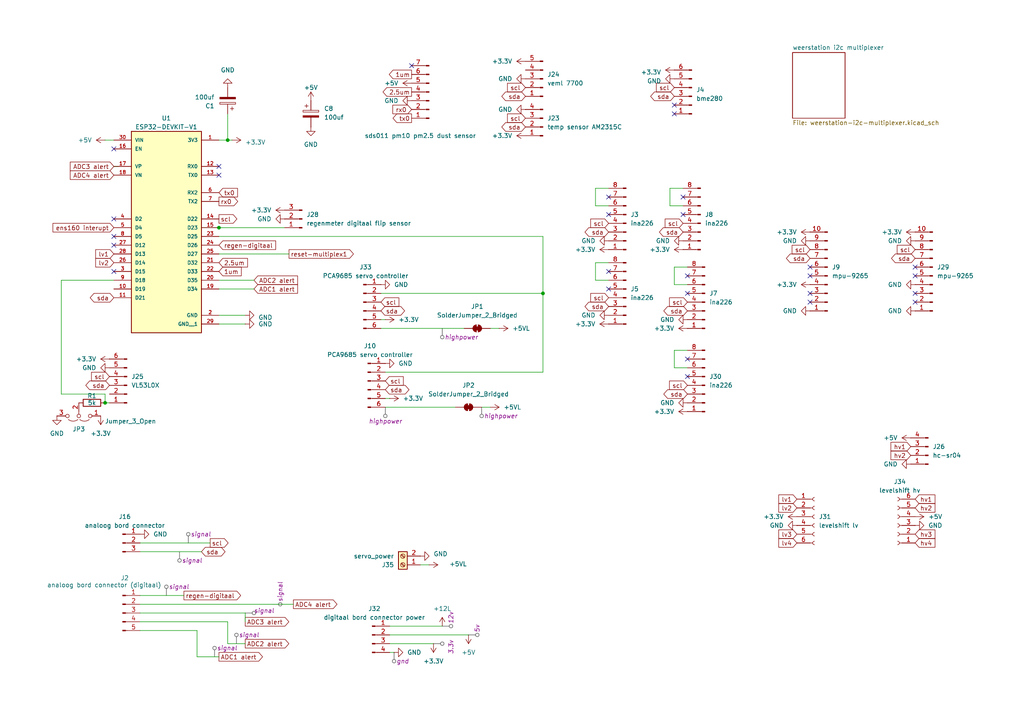
<source format=kicad_sch>
(kicad_sch (version 20231120) (generator "eeschema") (generator_version "8.0")
  (paper "A4")
  (lib_symbols
    (symbol "Connector:Conn_01x03_Pin" (pin_names (offset 1.016) hide)
      (property "Reference" "J" (at 0 5.08 0))
      (property "Value" "Conn_01x03_Pin" (at 0 -5.08 0))
      (symbol "Conn_01x03_Pin_1_1"
        (pin passive line (at 5.08 2.54 180) (length 3.81) (name "Pin_1") (number "1"))
        (pin passive line (at 5.08 0 180) (length 3.81) (name "Pin_2") (number "2"))
        (pin passive line (at 5.08 -2.54 180) (length 3.81) (name "Pin_3") (number "3"))
      )
    )
    (symbol "Connector:Conn_01x04_Pin" (pin_names (offset 1.016) hide)
      (property "Reference" "J" (at 0 5.08 0))
      (property "Value" "Conn_01x04_Pin" (at 0 -7.62 0))
      (symbol "Conn_01x04_Pin_1_1"
        (pin passive line (at 5.08 2.54 180) (length 3.81) (name "Pin_1") (number "1"))
        (pin passive line (at 5.08 0 180) (length 3.81) (name "Pin_2") (number "2"))
        (pin passive line (at 5.08 -2.54 180) (length 3.81) (name "Pin_3") (number "3"))
        (pin passive line (at 5.08 -5.08 180) (length 3.81) (name "Pin_4") (number "4"))
      )
    )
    (symbol "Connector:Conn_01x05_Pin" (pin_names (offset 1.016) hide)
      (property "Reference" "J" (at 0 7.62 0))
      (property "Value" "Conn_01x05_Pin" (at 0 -7.62 0))
      (symbol "Conn_01x05_Pin_1_1"
        (pin passive line (at 5.08 5.08 180) (length 3.81) (name "Pin_1") (number "1"))
        (pin passive line (at 5.08 2.54 180) (length 3.81) (name "Pin_2") (number "2"))
        (pin passive line (at 5.08 0 180) (length 3.81) (name "Pin_3") (number "3"))
        (pin passive line (at 5.08 -2.54 180) (length 3.81) (name "Pin_4") (number "4"))
        (pin passive line (at 5.08 -5.08 180) (length 3.81) (name "Pin_5") (number "5"))
      )
    )
    (symbol "Connector:Conn_01x06_Pin" (pin_names (offset 1.016) hide)
      (property "Reference" "J" (at 0 7.62 0))
      (property "Value" "Conn_01x06_Pin" (at 0 -10.16 0))
      (symbol "Conn_01x06_Pin_1_1"
        (pin passive line (at 5.08 5.08 180) (length 3.81) (name "Pin_1") (number "1"))
        (pin passive line (at 5.08 2.54 180) (length 3.81) (name "Pin_2") (number "2"))
        (pin passive line (at 5.08 0 180) (length 3.81) (name "Pin_3") (number "3"))
        (pin passive line (at 5.08 -2.54 180) (length 3.81) (name "Pin_4") (number "4"))
        (pin passive line (at 5.08 -5.08 180) (length 3.81) (name "Pin_5") (number "5"))
        (pin passive line (at 5.08 -7.62 180) (length 3.81) (name "Pin_6") (number "6"))
      )
    )
    (symbol "Connector:Conn_01x06_Socket" (pin_names (offset 1.016) hide)
      (property "Reference" "J" (at 0 7.62 0))
      (property "Value" "Conn_01x06_Socket" (at 0 -10.16 0))
      (symbol "Conn_01x06_Socket_1_1"
        (pin passive line (at -5.08 5.08 0) (length 3.81) (name "Pin_1") (number "1"))
        (pin passive line (at -5.08 2.54 0) (length 3.81) (name "Pin_2") (number "2"))
        (pin passive line (at -5.08 0 0) (length 3.81) (name "Pin_3") (number "3"))
        (pin passive line (at -5.08 -2.54 0) (length 3.81) (name "Pin_4") (number "4"))
        (pin passive line (at -5.08 -5.08 0) (length 3.81) (name "Pin_5") (number "5"))
        (pin passive line (at -5.08 -7.62 0) (length 3.81) (name "Pin_6") (number "6"))
      )
    )
    (symbol "Connector:Conn_01x07_Pin" (pin_names (offset 1.016) hide)
      (property "Reference" "J" (at 0 10.16 0))
      (property "Value" "Conn_01x07_Pin" (at 0 -10.16 0))
      (symbol "Conn_01x07_Pin_1_1"
        (pin passive line (at 5.08 7.62 180) (length 3.81) (name "Pin_1") (number "1"))
        (pin passive line (at 5.08 5.08 180) (length 3.81) (name "Pin_2") (number "2"))
        (pin passive line (at 5.08 2.54 180) (length 3.81) (name "Pin_3") (number "3"))
        (pin passive line (at 5.08 0 180) (length 3.81) (name "Pin_4") (number "4"))
        (pin passive line (at 5.08 -2.54 180) (length 3.81) (name "Pin_5") (number "5"))
        (pin passive line (at 5.08 -5.08 180) (length 3.81) (name "Pin_6") (number "6"))
        (pin passive line (at 5.08 -7.62 180) (length 3.81) (name "Pin_7") (number "7"))
      )
    )
    (symbol "Connector:Conn_01x08_Pin" (pin_names (offset 1.016) hide)
      (property "Reference" "J" (at 0 10.16 0))
      (property "Value" "Conn_01x08_Pin" (at 0 -12.7 0))
      (symbol "Conn_01x08_Pin_1_1"
        (pin passive line (at 5.08 7.62 180) (length 3.81) (name "Pin_1") (number "1"))
        (pin passive line (at 5.08 5.08 180) (length 3.81) (name "Pin_2") (number "2"))
        (pin passive line (at 5.08 2.54 180) (length 3.81) (name "Pin_3") (number "3"))
        (pin passive line (at 5.08 0 180) (length 3.81) (name "Pin_4") (number "4"))
        (pin passive line (at 5.08 -2.54 180) (length 3.81) (name "Pin_5") (number "5"))
        (pin passive line (at 5.08 -5.08 180) (length 3.81) (name "Pin_6") (number "6"))
        (pin passive line (at 5.08 -7.62 180) (length 3.81) (name "Pin_7") (number "7"))
        (pin passive line (at 5.08 -10.16 180) (length 3.81) (name "Pin_8") (number "8"))
      )
    )
    (symbol "Connector:Conn_01x10_Pin" (pin_names (offset 1.016) hide)
      (property "Reference" "J" (at 0 12.7 0))
      (property "Value" "Conn_01x10_Pin" (at 0 -15.24 0))
      (symbol "Conn_01x10_Pin_1_1"
        (pin passive line (at 5.08 10.16 180) (length 3.81) (name "Pin_1") (number "1"))
        (pin passive line (at 5.08 -12.7 180) (length 3.81) (name "Pin_10") (number "10"))
        (pin passive line (at 5.08 7.62 180) (length 3.81) (name "Pin_2") (number "2"))
        (pin passive line (at 5.08 5.08 180) (length 3.81) (name "Pin_3") (number "3"))
        (pin passive line (at 5.08 2.54 180) (length 3.81) (name "Pin_4") (number "4"))
        (pin passive line (at 5.08 0 180) (length 3.81) (name "Pin_5") (number "5"))
        (pin passive line (at 5.08 -2.54 180) (length 3.81) (name "Pin_6") (number "6"))
        (pin passive line (at 5.08 -5.08 180) (length 3.81) (name "Pin_7") (number "7"))
        (pin passive line (at 5.08 -7.62 180) (length 3.81) (name "Pin_8") (number "8"))
        (pin passive line (at 5.08 -10.16 180) (length 3.81) (name "Pin_9") (number "9"))
      )
    )
    (symbol "Connector:Screw_Terminal_01x02" (pin_names (offset 1.016) hide)
      (property "Reference" "J" (at 0 2.54 0))
      (property "Value" "Screw_Terminal_01x02" (at 0 -5.08 0))
      (symbol "Screw_Terminal_01x02_1_1"
        (pin passive line (at -5.08 0 0) (length 3.81) (name "Pin_1") (number "1"))
        (pin passive line (at -5.08 -2.54 0) (length 3.81) (name "Pin_2") (number "2"))
      )
    )
    (symbol "Device:C_Polarized" (pin_numbers hide) (pin_names (offset 0.254))
      (property "Reference" "C" (at 0.635 2.54 0))
      (property "Value" "C_Polarized" (at 0.635 -2.54 0))
      (symbol "C_Polarized_1_1"
        (pin passive line (at 0 3.81 270) (length 2.794) (name "~") (number "1"))
        (pin passive line (at 0 -3.81 90) (length 2.794) (name "~") (number "2"))
      )
    )
    (symbol "Device:R" (pin_numbers hide) (pin_names (offset 0))
      (property "Reference" "R" (at 2.032 0 90))
      (property "Value" "R" (at 0 0 90))
      (symbol "R_1_1"
        (pin passive line (at 0 3.81 270) (length 1.27) (name "~") (number "1"))
        (pin passive line (at 0 -3.81 90) (length 1.27) (name "~") (number "2"))
      )
    )
    (symbol "ESP32-DEVKIT-V1:ESP32-DEVKIT-V1" (pin_names (offset 1.016))
      (property "Reference" "U" (at -10.16 30.48 0))
      (property "Value" "ESP32-DEVKIT-V1" (at -10.16 -33.02 0))
      (symbol "ESP32-DEVKIT-V1_0_0"
        (pin output line (at 15.24 25.4 180) (length 5.08) (name "3V3") (number "1"))
        (pin bidirectional line (at -15.24 -17.78 0) (length 5.08) (name "D19") (number "10"))
        (pin bidirectional line (at -15.24 -20.32 0) (length 5.08) (name "D21") (number "11"))
        (pin input line (at 15.24 17.78 180) (length 5.08) (name "RX0") (number "12"))
        (pin output line (at 15.24 15.24 180) (length 5.08) (name "TX0") (number "13"))
        (pin bidirectional line (at 15.24 2.54 180) (length 5.08) (name "D22") (number "14"))
        (pin bidirectional line (at 15.24 0 180) (length 5.08) (name "D23") (number "15"))
        (pin input line (at -15.24 22.86 0) (length 5.08) (name "EN") (number "16"))
        (pin bidirectional line (at -15.24 17.78 0) (length 5.08) (name "VP") (number "17"))
        (pin bidirectional line (at -15.24 15.24 0) (length 5.08) (name "VN") (number "18"))
        (pin bidirectional line (at 15.24 -17.78 180) (length 5.08) (name "D34") (number "19"))
        (pin power_in line (at 15.24 -25.4 180) (length 5.08) (name "GND") (number "2"))
        (pin bidirectional line (at 15.24 -15.24 180) (length 5.08) (name "D35") (number "20"))
        (pin bidirectional line (at 15.24 -10.16 180) (length 5.08) (name "D32") (number "21"))
        (pin bidirectional line (at 15.24 -12.7 180) (length 5.08) (name "D33") (number "22"))
        (pin bidirectional line (at 15.24 -2.54 180) (length 5.08) (name "D25") (number "23"))
        (pin bidirectional line (at 15.24 -5.08 180) (length 5.08) (name "D26") (number "24"))
        (pin bidirectional line (at 15.24 -7.62 180) (length 5.08) (name "D27") (number "25"))
        (pin bidirectional line (at -15.24 -10.16 0) (length 5.08) (name "D14") (number "26"))
        (pin bidirectional line (at -15.24 -5.08 0) (length 5.08) (name "D12") (number "27"))
        (pin bidirectional line (at -15.24 -7.62 0) (length 5.08) (name "D13") (number "28"))
        (pin power_in line (at 15.24 -27.94 180) (length 5.08) (name "GND__1") (number "29"))
        (pin bidirectional line (at -15.24 -12.7 0) (length 5.08) (name "D15") (number "3"))
        (pin input line (at -15.24 25.4 0) (length 5.08) (name "VIN") (number "30"))
        (pin bidirectional line (at -15.24 2.54 0) (length 5.08) (name "D2") (number "4"))
        (pin bidirectional line (at -15.24 0 0) (length 5.08) (name "D4") (number "5"))
        (pin input line (at 15.24 10.16 180) (length 5.08) (name "RX2") (number "6"))
        (pin output line (at 15.24 7.62 180) (length 5.08) (name "TX2") (number "7"))
        (pin bidirectional line (at -15.24 -2.54 0) (length 5.08) (name "D5") (number "8"))
        (pin bidirectional line (at -15.24 -15.24 0) (length 5.08) (name "D18") (number "9"))
      )
    )
    (symbol "Jumper:Jumper_3_Open" (pin_names (offset 0) hide) (exclude_from_sim yes) (in_bom no)
      (property "Reference" "JP" (at -2.54 -2.54 0))
      (property "Value" "Jumper_3_Open" (at 0 2.794 0))
      (symbol "Jumper_3_Open_1_1"
        (pin passive line (at -6.35 0 0) (length 2.54) (name "A") (number "1"))
        (pin passive line (at 0 -3.81 90) (length 2.54) (name "C") (number "2"))
        (pin passive line (at 6.35 0 180) (length 2.54) (name "B") (number "3"))
      )
    )
    (symbol "Jumper:SolderJumper_2_Bridged" (pin_numbers hide) (pin_names (offset 0) hide) (exclude_from_sim yes) (in_bom no)
      (property "Reference" "JP" (at 0 2.032 0))
      (property "Value" "SolderJumper_2_Bridged" (at 0 -2.54 0))
      (symbol "SolderJumper_2_Bridged_1_1"
        (pin passive line (at -3.81 0 0) (length 2.54) (name "A") (number "1"))
        (pin passive line (at 3.81 0 180) (length 2.54) (name "B") (number "2"))
      )
    )
    (symbol "power:+12L" (power) (pin_numbers hide) (pin_names (offset 0) hide)
      (property "Value" "+12L" (at 0 3.556 0))
      (symbol "+12L_1_1"
        (pin power_in line (at 0 0 90) (length 0) (name "~") (number "1"))
      )
    )
    (symbol "power:+3.3V" (power) (pin_numbers hide) (pin_names (offset 0) hide)
      (property "Value" "+3.3V" (at 0 3.556 0))
      (symbol "+3.3V_1_1"
        (pin power_in line (at 0 0 90) (length 0) (name "~") (number "1"))
      )
    )
    (symbol "power:+5V" (power) (pin_numbers hide) (pin_names (offset 0) hide)
      (property "Value" "+5V" (at 0 3.556 0))
      (symbol "+5V_1_1"
        (pin power_in line (at 0 0 90) (length 0) (name "~") (number "1"))
      )
    )
    (symbol "power:+5VL" (power) (pin_numbers hide) (pin_names (offset 0) hide)
      (property "Value" "+5VL" (at 0 3.556 0))
      (symbol "+5VL_1_1"
        (pin power_in line (at 0 0 90) (length 0) (name "~") (number "1"))
      )
    )
    (symbol "power:GND" (power) (pin_numbers hide) (pin_names (offset 0) hide)
      (property "Value" "GND" (at 0 -3.81 0))
      (symbol "GND_1_1"
        (pin power_in line (at 0 0 270) (length 0) (name "~") (number "1"))
      )
    )
  )
  (junction (at 30.48 116.84))
  (junction (at 63.5 66.04))
  (junction (at 66.04 40.64))
  (junction (at 157.48 85.09))
  (no_connect (at 176.53 78.74))
  (no_connect (at 198.12 57.15))
  (no_connect (at 234.95 85.09))
  (no_connect (at 265.43 77.47))
  (no_connect (at 33.02 63.5))
  (no_connect (at 265.43 80.01))
  (no_connect (at 198.12 62.23))
  (no_connect (at 176.53 57.15))
  (no_connect (at 195.58 33.02))
  (no_connect (at 176.53 62.23))
  (no_connect (at 33.02 68.58))
  (no_connect (at 265.43 85.09))
  (no_connect (at 176.53 83.82))
  (no_connect (at 199.39 104.14))
  (no_connect (at 63.5 48.26))
  (no_connect (at 33.02 78.74))
  (no_connect (at 119.38 19.05))
  (no_connect (at 195.58 30.48))
  (no_connect (at 63.5 50.8))
  (no_connect (at 234.95 77.47))
  (no_connect (at 199.39 109.22))
  (no_connect (at 33.02 43.18))
  (no_connect (at 234.95 87.63))
  (no_connect (at 265.43 87.63))
  (no_connect (at 199.39 85.09))
  (no_connect (at 199.39 80.01))
  (no_connect (at 33.02 71.12))
  (no_connect (at 234.95 80.01))
  (wire (pts (xy 199.39 101.6) (xy 195.58 101.6)))
  (wire (pts (xy 40.64 175.26) (xy 85.09 175.26)))
  (wire (pts (xy 66.04 186.69) (xy 71.12 186.69)))
  (wire (pts (xy 63.5 66.04) (xy 82.55 66.04)))
  (wire (pts (xy 124.46 163.83) (xy 121.92 163.83)))
  (wire (pts (xy 73.66 81.28) (xy 63.5 81.28)))
  (wire (pts (xy 195.58 77.47) (xy 195.58 82.55)))
  (wire (pts (xy 198.12 54.61) (xy 194.31 54.61)))
  (wire (pts (xy 113.03 181.61) (xy 128.27 181.61)))
  (wire (pts (xy 71.12 93.98) (xy 63.5 93.98)))
  (wire (pts (xy 110.49 92.71) (xy 111.76 92.71)))
  (wire (pts (xy 110.49 85.09) (xy 157.48 85.09)))
  (wire (pts (xy 114.3 189.23) (xy 113.03 189.23)))
  (wire (pts (xy 144.78 95.25) (xy 142.24 95.25)))
  (wire (pts (xy 157.48 85.09) (xy 157.48 68.58)))
  (wire (pts (xy 176.53 54.61) (xy 172.72 54.61)))
  (wire (pts (xy 195.58 106.68) (xy 199.39 106.68)))
  (wire (pts (xy 66.04 180.34) (xy 40.64 180.34)))
  (wire (pts (xy 63.5 83.82) (xy 73.66 83.82)))
  (wire (pts (xy 113.03 184.15) (xy 135.89 184.15)))
  (wire (pts (xy 172.72 76.2) (xy 172.72 81.28)))
  (wire (pts (xy 113.03 186.69) (xy 125.73 186.69)))
  (wire (pts (xy 172.72 59.69) (xy 176.53 59.69)))
  (wire (pts (xy 71.12 177.8) (xy 40.64 177.8)))
  (wire (pts (xy 57.15 182.88) (xy 40.64 182.88)))
  (wire (pts (xy 58.42 66.04) (xy 63.5 66.04)))
  (wire (pts (xy 30.48 114.3) (xy 30.48 116.84)))
  (wire (pts (xy 111.76 115.57) (xy 113.03 115.57)))
  (wire (pts (xy 110.49 95.25) (xy 134.62 95.25)))
  (wire (pts (xy 172.72 81.28) (xy 176.53 81.28)))
  (wire (pts (xy 111.76 118.11) (xy 132.08 118.11)))
  (wire (pts (xy 53.34 172.72) (xy 40.64 172.72)))
  (wire (pts (xy 139.7 118.11) (xy 142.24 118.11)))
  (wire (pts (xy 71.12 91.44) (xy 63.5 91.44)))
  (wire (pts (xy 58.42 160.02) (xy 40.64 160.02)))
  (wire (pts (xy 30.48 40.64) (xy 33.02 40.64)))
  (wire (pts (xy 60.96 157.48) (xy 40.64 157.48)))
  (wire (pts (xy 17.78 114.3) (xy 30.48 114.3)))
  (wire (pts (xy 66.04 40.64) (xy 67.31 40.64)))
  (wire (pts (xy 157.48 107.95) (xy 111.76 107.95)))
  (wire (pts (xy 71.12 177.8) (xy 71.12 180.34)))
  (wire (pts (xy 63.5 40.64) (xy 66.04 40.64)))
  (wire (pts (xy 66.04 33.02) (xy 66.04 40.64)))
  (wire (pts (xy 172.72 54.61) (xy 172.72 59.69)))
  (wire (pts (xy 63.5 68.58) (xy 157.48 68.58)))
  (wire (pts (xy 157.48 85.09) (xy 157.48 107.95)))
  (wire (pts (xy 199.39 77.47) (xy 195.58 77.47)))
  (wire (pts (xy 194.31 54.61) (xy 194.31 59.69)))
  (wire (pts (xy 34.29 48.26) (xy 33.02 48.26)))
  (wire (pts (xy 63.5 73.66) (xy 83.82 73.66)))
  (wire (pts (xy 30.48 116.84) (xy 31.75 116.84)))
  (wire (pts (xy 194.31 59.69) (xy 198.12 59.69)))
  (wire (pts (xy 195.58 101.6) (xy 195.58 106.68)))
  (wire (pts (xy 195.58 82.55) (xy 199.39 82.55)))
  (wire (pts (xy 176.53 76.2) (xy 172.72 76.2)))
  (wire (pts (xy 33.02 81.28) (xy 17.78 81.28)))
  (wire (pts (xy 66.04 180.34) (xy 66.04 186.69)))
  (wire (pts (xy 57.15 190.5) (xy 57.15 182.88)))
  (wire (pts (xy 57.15 190.5) (xy 63.5 190.5)))
  (wire (pts (xy 17.78 81.28) (xy 17.78 114.3)))
  (global_label "reset-multiplex1" (shape output) (at 83.82 73.66 0) (property "Intersheetrefs" "${INTERSHEET_REFS}" (effects (hide yes))))
  (global_label "ADC2 alert" (shape input) (at 73.66 81.28 0) (property "Intersheetrefs" "${INTERSHEET_REFS}" (effects (hide yes))))
  (global_label "scl" (shape input) (at 265.43 72.39 180) (property "Intersheetrefs" "${INTERSHEET_REFS}" (effects (hide yes))))
  (global_label "sda" (shape bidirectional) (at 199.39 114.3 180) (property "Intersheetrefs" "${INTERSHEET_REFS}" (effects (hide yes))))
  (global_label "1um" (shape input) (at 63.5 78.74 0) (property "Intersheetrefs" "${INTERSHEET_REFS}" (effects (hide yes))))
  (global_label "scl" (shape input) (at 195.58 25.4 180) (property "Intersheetrefs" "${INTERSHEET_REFS}" (effects (hide yes))))
  (global_label "lv4" (shape input) (at 231.14 157.48 180) (property "Intersheetrefs" "${INTERSHEET_REFS}" (effects (hide yes))))
  (global_label "scl" (shape output) (at 63.5 63.5 0) (property "Intersheetrefs" "${INTERSHEET_REFS}" (effects (hide yes))))
  (global_label "scl" (shape input) (at 176.53 86.36 180) (property "Intersheetrefs" "${INTERSHEET_REFS}" (effects (hide yes))))
  (global_label "sda" (shape bidirectional) (at 176.53 67.31 180) (property "Intersheetrefs" "${INTERSHEET_REFS}" (effects (hide yes))))
  (global_label "scl" (shape input) (at 152.4 34.29 180) (property "Intersheetrefs" "${INTERSHEET_REFS}" (effects (hide yes))))
  (global_label "ADC3 alert" (shape input) (at 33.02 48.26 180) (property "Intersheetrefs" "${INTERSHEET_REFS}" (effects (hide yes))))
  (global_label "hv3" (shape input) (at 265.43 154.94 0) (property "Intersheetrefs" "${INTERSHEET_REFS}" (effects (hide yes))))
  (global_label "hv1" (shape input) (at 264.16 129.54 180) (property "Intersheetrefs" "${INTERSHEET_REFS}" (effects (hide yes))))
  (global_label "sda" (shape bidirectional) (at 234.95 74.93 180) (property "Intersheetrefs" "${INTERSHEET_REFS}" (effects (hide yes))))
  (global_label "scl" (shape input) (at 234.95 72.39 180) (property "Intersheetrefs" "${INTERSHEET_REFS}" (effects (hide yes))))
  (global_label "2.5um" (shape output) (at 119.38 26.67 180) (property "Intersheetrefs" "${INTERSHEET_REFS}" (effects (hide yes))))
  (global_label "ens160 interupt" (shape input) (at 33.02 66.04 180) (property "Intersheetrefs" "${INTERSHEET_REFS}" (effects (hide yes))))
  (global_label "sda" (shape bidirectional) (at 176.53 88.9 180) (property "Intersheetrefs" "${INTERSHEET_REFS}" (effects (hide yes))))
  (global_label "regen-digitaal" (shape output) (at 53.34 172.72 0) (property "Intersheetrefs" "${INTERSHEET_REFS}" (effects (hide yes))))
  (global_label "ADC4 alert" (shape output) (at 85.09 175.26 0) (property "Intersheetrefs" "${INTERSHEET_REFS}" (effects (hide yes))))
  (global_label "scl" (shape input) (at 110.49 87.63 0) (property "Intersheetrefs" "${INTERSHEET_REFS}" (effects (hide yes))))
  (global_label "scl" (shape input) (at 199.39 87.63 180) (property "Intersheetrefs" "${INTERSHEET_REFS}" (effects (hide yes))))
  (global_label "2.5um" (shape input) (at 63.5 76.2 0) (property "Intersheetrefs" "${INTERSHEET_REFS}" (effects (hide yes))))
  (global_label "sda" (shape bidirectional) (at 33.02 86.36 180) (property "Intersheetrefs" "${INTERSHEET_REFS}" (effects (hide yes))))
  (global_label "scl" (shape input) (at 31.75 109.22 180) (property "Intersheetrefs" "${INTERSHEET_REFS}" (effects (hide yes))))
  (global_label "lv2" (shape input) (at 231.14 147.32 180) (property "Intersheetrefs" "${INTERSHEET_REFS}" (effects (hide yes))))
  (global_label "scl" (shape input) (at 152.4 25.4 180) (property "Intersheetrefs" "${INTERSHEET_REFS}" (effects (hide yes))))
  (global_label "sda" (shape bidirectional) (at 198.12 67.31 180) (property "Intersheetrefs" "${INTERSHEET_REFS}" (effects (hide yes))))
  (global_label "ADC2 alert" (shape output) (at 71.12 186.69 0) (property "Intersheetrefs" "${INTERSHEET_REFS}" (effects (hide yes))))
  (global_label "ADC4 alert" (shape input) (at 33.02 50.8 180) (property "Intersheetrefs" "${INTERSHEET_REFS}" (effects (hide yes))))
  (global_label "lv2" (shape input) (at 33.02 76.2 180) (property "Intersheetrefs" "${INTERSHEET_REFS}" (effects (hide yes))))
  (global_label "sda" (shape bidirectional) (at 111.76 113.03 0) (property "Intersheetrefs" "${INTERSHEET_REFS}" (effects (hide yes))))
  (global_label "sda" (shape bidirectional) (at 58.42 160.02 0) (property "Intersheetrefs" "${INTERSHEET_REFS}" (effects (hide yes))))
  (global_label "hv2" (shape input) (at 264.16 132.08 180) (property "Intersheetrefs" "${INTERSHEET_REFS}" (effects (hide yes))))
  (global_label "sda" (shape bidirectional) (at 199.39 90.17 180) (property "Intersheetrefs" "${INTERSHEET_REFS}" (effects (hide yes))))
  (global_label "scl" (shape input) (at 176.53 64.77 180) (property "Intersheetrefs" "${INTERSHEET_REFS}" (effects (hide yes))))
  (global_label "rx0" (shape output) (at 63.5 58.42 0) (property "Intersheetrefs" "${INTERSHEET_REFS}" (effects (hide yes))))
  (global_label "sda" (shape bidirectional) (at 152.4 36.83 180) (property "Intersheetrefs" "${INTERSHEET_REFS}" (effects (hide yes))))
  (global_label "scl" (shape input) (at 111.76 110.49 0) (property "Intersheetrefs" "${INTERSHEET_REFS}" (effects (hide yes))))
  (global_label "ADC3 alert" (shape output) (at 71.12 180.34 0) (property "Intersheetrefs" "${INTERSHEET_REFS}" (effects (hide yes))))
  (global_label "lv1" (shape input) (at 33.02 73.66 180) (property "Intersheetrefs" "${INTERSHEET_REFS}" (effects (hide yes))))
  (global_label "ADC1 alert" (shape input) (at 73.66 83.82 0) (property "Intersheetrefs" "${INTERSHEET_REFS}" (effects (hide yes))))
  (global_label "sda" (shape bidirectional) (at 152.4 27.94 180) (property "Intersheetrefs" "${INTERSHEET_REFS}" (effects (hide yes))))
  (global_label "hv4" (shape input) (at 265.43 157.48 0) (property "Intersheetrefs" "${INTERSHEET_REFS}" (effects (hide yes))))
  (global_label "ADC1 alert" (shape output) (at 63.5 190.5 0) (property "Intersheetrefs" "${INTERSHEET_REFS}" (effects (hide yes))))
  (global_label "tx0" (shape input) (at 63.5 55.88 0) (property "Intersheetrefs" "${INTERSHEET_REFS}" (effects (hide yes))))
  (global_label "tx0" (shape output) (at 119.38 34.29 180) (property "Intersheetrefs" "${INTERSHEET_REFS}" (effects (hide yes))))
  (global_label "sda" (shape bidirectional) (at 31.75 111.76 180) (property "Intersheetrefs" "${INTERSHEET_REFS}" (effects (hide yes))))
  (global_label "lv3" (shape input) (at 231.14 154.94 180) (property "Intersheetrefs" "${INTERSHEET_REFS}" (effects (hide yes))))
  (global_label "scl" (shape output) (at 60.96 157.48 0) (property "Intersheetrefs" "${INTERSHEET_REFS}" (effects (hide yes))))
  (global_label "scl" (shape input) (at 198.12 64.77 180) (property "Intersheetrefs" "${INTERSHEET_REFS}" (effects (hide yes))))
  (global_label "lv1" (shape input) (at 231.14 144.78 180) (property "Intersheetrefs" "${INTERSHEET_REFS}" (effects (hide yes))))
  (global_label "hv2" (shape input) (at 265.43 147.32 0) (property "Intersheetrefs" "${INTERSHEET_REFS}" (effects (hide yes))))
  (global_label "sda" (shape bidirectional) (at 195.58 27.94 180) (property "Intersheetrefs" "${INTERSHEET_REFS}" (effects (hide yes))))
  (global_label "scl" (shape input) (at 199.39 111.76 180) (property "Intersheetrefs" "${INTERSHEET_REFS}" (effects (hide yes))))
  (global_label "hv1" (shape input) (at 265.43 144.78 0) (property "Intersheetrefs" "${INTERSHEET_REFS}" (effects (hide yes))))
  (global_label "1um" (shape output) (at 119.38 21.59 180) (property "Intersheetrefs" "${INTERSHEET_REFS}" (effects (hide yes))))
  (global_label "regen-digitaal" (shape input) (at 63.5 71.12 0) (property "Intersheetrefs" "${INTERSHEET_REFS}" (effects (hide yes))))
  (global_label "rx0" (shape input) (at 119.38 31.75 180) (property "Intersheetrefs" "${INTERSHEET_REFS}" (effects (hide yes))))
  (global_label "sda" (shape bidirectional) (at 265.43 74.93 180) (property "Intersheetrefs" "${INTERSHEET_REFS}" (effects (hide yes))))
  (global_label "sda" (shape bidirectional) (at 110.49 90.17 0) (property "Intersheetrefs" "${INTERSHEET_REFS}" (effects (hide yes))))
  (netclass_flag "" (length 2.54) (shape round) (at 48.26 172.72 0) (property "Netclass" "signal" (at 48.9585 170.18 0) (effects (font (italic yes)) (justify left))))
  (netclass_flag "" (length 2.54) (shape round) (at 114.3 189.23 180) (property "Netclass" "gnd" (at 114.9985 191.77 0) (effects (font (italic yes)) (justify left))))
  (netclass_flag "" (length 2.54) (shape round) (at 78.74 175.26 270) (property "Netclass" "signal" (at 81.28 174.5615 90) (effects (font (italic yes)) (justify left))))
  (netclass_flag "" (length 2.54) (shape round) (at 71.12 177.8 270) (property "Netclass" "signal" (at 73.66 177.1015 0) (effects (font (italic yes)) (justify left))))
  (netclass_flag "" (length 2.54) (shape round) (at 54.61 157.48 0) (property "Netclass" "signal" (at 55.3085 154.94 0) (effects (font (italic yes)) (justify left))))
  (netclass_flag "" (length 2.54) (shape round) (at 62.23 190.5 0) (property "Netclass" "signal" (at 62.9285 187.96 0) (effects (font (italic yes)) (justify left))))
  (netclass_flag "" (length 2.54) (shape round) (at 139.7 118.11 180) (property "Netclass" "highpower" (at 140.3985 120.65 0) (effects (font (italic yes)) (justify left))))
  (netclass_flag "" (length 2.54) (shape round) (at 128.27 95.25 180) (property "Netclass" "highpower" (at 128.9685 97.79 0) (effects (font (italic yes)) (justify left))))
  (netclass_flag "" (length 2.54) (shape round) (at 125.73 186.69 270) (property "Netclass" "3.3v" (at 130.81 189.738 90) (effects (font (italic yes)) (justify left))))
  (netclass_flag "" (length 2.54) (shape round) (at 128.27 181.61 270) (property "Netclass" "12v" (at 130.81 180.9115 90) (effects (font (italic yes)) (justify left))))
  (netclass_flag "" (length 2.54) (shape round) (at 111.76 118.11 180) (property "Netclass" "highpower" (at 106.934 122.174 0) (effects (font (italic yes)) (justify left))))
  (netclass_flag "" (length 2.54) (shape round) (at 52.07 160.02 180) (property "Netclass" "signal" (at 52.7685 162.56 0) (effects (font (italic yes)) (justify left))))
  (netclass_flag "" (length 2.54) (shape round) (at 68.58 186.69 0) (property "Netclass" "signal" (at 69.2785 184.15 0) (effects (font (italic yes)) (justify left))))
  (netclass_flag "" (length 2.54) (shape round) (at 135.89 184.15 270) (property "Netclass" "5v" (at 138.43 183.4515 90) (effects (font (italic yes)) (justify left))))
  (symbol (lib_id "power:GND") (at 176.53 91.44 270) (unit 1)
    (property "Reference" "#PWR03" (effects (hide yes)))
    (property "Value" "GND" (at 172.72 91.4399 90) (effects (justify right)))
    (property "Description" "Power symbol creates a global label with name \"GND\" , ground" (effects (hide yes)))
  )
  (symbol (lib_id "Connector:Conn_01x08_Pin") (at 204.47 111.76 180) (unit 1)
    (property "Reference" "J30" (at 205.74 109.2199 0) (effects (justify right)))
    (property "Value" "ina226" (at 205.74 111.7599 0) (effects (justify right)))
    (property "Footprint" "Connector_PinHeader_2.54mm:PinHeader_1x08_P2.54mm_Vertical" (effects (hide yes)))
    (property "Description" "Generic connector, single row, 01x08, script generated" (effects (hide yes)))
  )
  (symbol (lib_id "Connector:Conn_01x05_Pin") (at 157.48 22.86 180) (unit 1)
    (property "Reference" "J24" (at 158.75 21.5899 0) (effects (justify right)))
    (property "Value" "veml 7700" (at 158.75 24.1299 0) (effects (justify right)))
    (property "Footprint" "Connector_PinHeader_2.54mm:PinHeader_1x05_P2.54mm_Vertical" (effects (hide yes)))
    (property "Description" "Generic connector, single row, 01x05, script generated" (effects (hide yes)))
  )
  (symbol (lib_id "power:+3.3V") (at 195.58 20.32 90) (unit 1)
    (property "Reference" "#PWR010" (effects (hide yes)))
    (property "Value" "+3.3V" (at 191.77 20.955 90) (effects (justify left)))
    (property "Description" "Power symbol creates a global label with name \"+3.3V\"" (effects (hide yes)))
  )
  (symbol (lib_id "Device:C_Polarized") (at 66.04 29.21 180) (unit 1)
    (property "Reference" "C1" (at 62.23 30.734 0) (effects (justify left)))
    (property "Value" "100uf" (at 62.23 28.194 0) (effects (justify left)))
    (property "Footprint" "Capacitor_SMD:C_1206_3216Metric_Pad1.33x1.80mm_HandSolder" (effects (hide yes)))
    (property "Description" "Polarized capacitor" (effects (hide yes)))
  )
  (symbol (lib_id "power:GND") (at 199.39 116.84 270) (unit 1)
    (property "Reference" "#PWR069" (effects (hide yes)))
    (property "Value" "GND" (at 195.58 116.8399 90) (effects (justify right)))
    (property "Description" "Power symbol creates a global label with name \"GND\" , ground" (effects (hide yes)))
  )
  (symbol (lib_id "power:+5VL") (at 144.78 95.25 270) (unit 1)
    (property "Reference" "#PWR083" (effects (hide yes)))
    (property "Value" "+5VL" (at 148.59 95.2499 90) (effects (justify left)))
    (property "Description" "Power symbol creates a global label with name \"+5VL\"" (effects (hide yes)))
  )
  (symbol (lib_id "power:GND") (at 176.53 69.85 270) (unit 1)
    (property "Reference" "#PWR01" (effects (hide yes)))
    (property "Value" "GND" (at 172.72 69.8499 90) (effects (justify right)))
    (property "Description" "Power symbol creates a global label with name \"GND\" , ground" (effects (hide yes)))
  )
  (symbol (lib_id "power:+5V") (at 135.89 184.15 180) (unit 1)
    (property "Reference" "#PWR082" (effects (hide yes)))
    (property "Value" "+5V" (at 135.89 189.23 0))
    (property "Description" "Power symbol creates a global label with name \"+5V\"" (effects (hide yes)))
  )
  (symbol (lib_id "power:+3.3V") (at 152.4 39.37 90) (unit 1)
    (property "Reference" "#PWR033" (effects (hide yes)))
    (property "Value" "+3.3V" (at 148.59 39.3699 90) (effects (justify left)))
    (property "Description" "Power symbol creates a global label with name \"+3.3V\"" (effects (hide yes)))
  )
  (symbol (lib_id "power:+3.3V") (at 176.53 93.98 90) (unit 1)
    (property "Reference" "#PWR04" (effects (hide yes)))
    (property "Value" "+3.3V" (at 172.72 93.9799 90) (effects (justify left)))
    (property "Description" "Power symbol creates a global label with name \"+3.3V\"" (effects (hide yes)))
  )
  (symbol (lib_id "power:+3.3V") (at 198.12 72.39 90) (unit 1)
    (property "Reference" "#PWR042" (effects (hide yes)))
    (property "Value" "+3.3V" (at 194.31 72.3899 90) (effects (justify left)))
    (property "Description" "Power symbol creates a global label with name \"+3.3V\"" (effects (hide yes)))
  )
  (symbol (lib_id "power:GND") (at 195.58 22.86 270) (unit 1)
    (property "Reference" "#PWR011" (effects (hide yes)))
    (property "Value" "GND" (at 191.77 23.495 90) (effects (justify right)))
    (property "Description" "Power symbol creates a global label with name \"GND\" , ground" (effects (hide yes)))
  )
  (symbol (lib_id "power:+12L") (at 128.27 181.61 0) (unit 1)
    (property "Reference" "#PWR080" (effects (hide yes)))
    (property "Value" "+12L" (at 128.27 176.53 0))
    (property "Description" "Power symbol creates a global label with name \"+12L\"" (effects (hide yes)))
  )
  (symbol (lib_id "Connector:Conn_01x05_Pin") (at 35.56 177.8 0) (unit 1)
    (property "Reference" "J2" (at 36.195 167.64 0))
    (property "Value" "analoog bord connector (digitaal)" (at 30.226 169.672 0))
    (property "Footprint" "Connector_JST:JST_XH_B5B-XH-AM_1x05_P2.50mm_Vertical" (effects (hide yes)))
    (property "Description" "Generic connector, single row, 01x05, script generated" (effects (hide yes)))
  )
  (symbol (lib_id "Connector:Screw_Terminal_01x02") (at 116.84 163.83 180) (unit 1)
    (property "Reference" "J35" (at 114.3 163.8301 0) (effects (justify left)))
    (property "Value" "servo_power" (at 114.3 161.2901 0) (effects (justify left)))
    (property "Footprint" "TerminalBlock_Altech:Altech_AK100_1x02_P5.00mm" (effects (hide yes)))
    (property "Description" "Generic screw terminal, single row, 01x02, script generated (kicad-library-utils/schlib/autogen/connector/)" (effects (hide yes)))
  )
  (symbol (lib_id "power:GND") (at 82.55 63.5 270) (unit 1)
    (property "Reference" "#PWR068" (effects (hide yes)))
    (property "Value" "GND" (at 78.74 63.4999 90) (effects (justify right)))
    (property "Description" "Power symbol creates a global label with name \"GND\" , ground" (effects (hide yes)))
  )
  (symbol (lib_id "power:+5V") (at 264.16 127 90) (unit 1)
    (property "Reference" "#PWR057" (effects (hide yes)))
    (property "Value" "+5V" (at 260.35 126.9999 90) (effects (justify left)))
    (property "Description" "Power symbol creates a global label with name \"+5V\"" (effects (hide yes)))
  )
  (symbol (lib_id "power:+5VL") (at 124.46 163.83 270) (unit 1)
    (property "Reference" "#PWR059" (effects (hide yes)))
    (property "Value" "+5VL" (at 130.302 163.576 90) (effects (justify left)))
    (property "Description" "Power symbol creates a global label with name \"+5VL\"" (effects (hide yes)))
  )
  (symbol (lib_id "Connector:Conn_01x04_Pin") (at 107.95 184.15 0) (unit 1)
    (property "Reference" "J32" (at 108.585 176.53 0))
    (property "Value" "digitaal bord connector power" (at 108.585 179.07 0))
    (property "Footprint" "Connector_JST:JST_XH_B4B-XH-AM_1x04_P2.50mm_Vertical" (effects (hide yes)))
    (property "Description" "Generic connector, single row, 01x04, script generated" (effects (hide yes)))
  )
  (symbol (lib_id "Connector:Conn_01x07_Pin") (at 124.46 26.67 180) (unit 1)
    (property "Reference" "J1" (effects (hide yes)))
    (property "Value" "sds011 pm10 pm2.5 dust sensor" (at 121.92 39.37 0))
    (property "Footprint" "Connector_PinHeader_2.54mm:PinHeader_1x07_P2.54mm_Vertical" (effects (hide yes)))
    (property "Description" "Generic connector, single row, 01x07, script generated" (effects (hide yes)))
  )
  (symbol (lib_id "ESP32-DEVKIT-V1:ESP32-DEVKIT-V1") (at 48.26 66.04 0) (unit 1)
    (property "Reference" "U1" (at 48.26 34.29 0))
    (property "Value" "ESP32-DEVKIT-V1" (at 48.26 36.83 0))
    (property "Footprint" "esp32-dev-module:MODULE_ESP32_DEVKIT_V1" (effects (hide yes)))
    (property "Description" "\nDual core, Wi-Fi: 2.4 GHz up to 150 Mbits/s,BLE (Bluetooth Low Energy) and legacy Bluetooth, 32 bits, Up to 240 MHz\n" (effects (hide yes)))
    (property "MF" "Do it" (effects (hide yes)))
    (property "MAXIMUM_PACKAGE_HEIGHT" "6.8 mm" (effects (hide yes)))
    (property "Package" "None" (effects (hide yes)))
    (property "Price" "None" (effects (hide yes)))
    (property "Check_prices" "https://www.snapeda.com/parts/ESP32-DEVKIT-V1/Do+it/view-part/?ref=eda" (effects (hide yes)))
    (property "STANDARD" "Manufacturer Recommendations" (effects (hide yes)))
    (property "PARTREV" "N/A" (effects (hide yes)))
    (property "SnapEDA_Link" "https://www.snapeda.com/parts/ESP32-DEVKIT-V1/Do+it/view-part/?ref=snap" (effects (hide yes)))
    (property "MP" "ESP32-DEVKIT-V1" (effects (hide yes)))
    (property "Availability" "Not in stock" (effects (hide yes)))
    (property "MANUFACTURER" "DOIT" (effects (hide yes)))
  )
  (symbol (lib_id "power:+3.3V") (at 176.53 72.39 90) (unit 1)
    (property "Reference" "#PWR02" (effects (hide yes)))
    (property "Value" "+3.3V" (at 172.72 72.3899 90) (effects (justify left)))
    (property "Description" "Power symbol creates a global label with name \"+3.3V\"" (effects (hide yes)))
  )
  (symbol (lib_id "power:+3.3V") (at 31.75 104.14 90) (unit 1)
    (property "Reference" "#PWR049" (effects (hide yes)))
    (property "Value" "+3.3V" (at 27.94 104.1399 90) (effects (justify left)))
    (property "Description" "Power symbol creates a global label with name \"+3.3V\"" (effects (hide yes)))
  )
  (symbol (lib_id "power:+5V") (at 30.48 40.64 90) (unit 1)
    (property "Reference" "#PWR037" (effects (hide yes)))
    (property "Value" "+5V" (at 26.67 40.64 90) (effects (justify left)))
    (property "Description" "Power symbol creates a global label with name \"+5V\"" (effects (hide yes)))
  )
  (symbol (lib_id "Connector:Conn_01x08_Pin") (at 181.61 86.36 180) (unit 1)
    (property "Reference" "J5" (at 182.88 83.8199 0) (effects (justify right)))
    (property "Value" "ina226" (at 182.88 86.3599 0) (effects (justify right)))
    (property "Footprint" "Connector_PinHeader_2.54mm:PinHeader_1x08_P2.54mm_Vertical" (effects (hide yes)))
    (property "Description" "Generic connector, single row, 01x08, script generated" (effects (hide yes)))
  )
  (symbol (lib_id "power:GND") (at 40.64 154.94 90) (unit 1)
    (property "Reference" "#PWR077" (effects (hide yes)))
    (property "Value" "GND" (at 44.45 154.9399 90) (effects (justify right)))
    (property "Description" "Power symbol creates a global label with name \"GND\" , ground" (effects (hide yes)))
  )
  (symbol (lib_id "power:+5V") (at 119.38 24.13 90) (unit 1)
    (property "Reference" "#PWR026" (effects (hide yes)))
    (property "Value" "+5V" (at 115.57 24.13 90) (effects (justify left)))
    (property "Description" "Power symbol creates a global label with name \"+5V\"" (effects (hide yes)))
  )
  (symbol (lib_id "power:GND") (at 199.39 92.71 270) (unit 1)
    (property "Reference" "#PWR038" (effects (hide yes)))
    (property "Value" "GND" (at 195.58 92.7099 90) (effects (justify right)))
    (property "Description" "Power symbol creates a global label with name \"GND\" , ground" (effects (hide yes)))
  )
  (symbol (lib_id "power:GND") (at 31.75 106.68 270) (unit 1)
    (property "Reference" "#PWR050" (effects (hide yes)))
    (property "Value" "GND" (at 27.94 106.6799 90) (effects (justify right)))
    (property "Description" "Power symbol creates a global label with name \"GND\" , ground" (effects (hide yes)))
  )
  (symbol (lib_id "Connector:Conn_01x06_Pin") (at 106.68 110.49 0) (unit 1)
    (property "Reference" "J10" (at 107.315 100.33 0))
    (property "Value" "PCA9685 servo controller" (at 107.315 102.87 0))
    (property "Footprint" "Connector_PinHeader_2.54mm:PinHeader_1x06_P2.54mm_Vertical" (effects (hide yes)))
    (property "Description" "Generic connector, single row, 01x06, script generated" (effects (hide yes)))
  )
  (symbol (lib_id "power:GND") (at 152.4 31.75 270) (unit 1)
    (property "Reference" "#PWR034" (effects (hide yes)))
    (property "Value" "GND" (at 148.59 31.7499 90) (effects (justify right)))
    (property "Description" "Power symbol creates a global label with name \"GND\" , ground" (effects (hide yes)))
  )
  (symbol (lib_id "power:GND") (at 16.51 120.65 0) (unit 1)
    (property "Reference" "#PWR052" (effects (hide yes)))
    (property "Value" "GND" (at 16.51 125.73 0))
    (property "Description" "Power symbol creates a global label with name \"GND\" , ground" (effects (hide yes)))
  )
  (symbol (lib_id "Connector:Conn_01x08_Pin") (at 203.2 64.77 180) (unit 1)
    (property "Reference" "J8" (at 204.47 62.2299 0) (effects (justify right)))
    (property "Value" "ina226" (at 204.47 64.7699 0) (effects (justify right)))
    (property "Footprint" "Connector_PinHeader_2.54mm:PinHeader_1x08_P2.54mm_Vertical" (effects (hide yes)))
    (property "Description" "Generic connector, single row, 01x08, script generated" (effects (hide yes)))
  )
  (symbol (lib_id "Connector:Conn_01x06_Pin") (at 105.41 87.63 0) (unit 1)
    (property "Reference" "J33" (at 106.045 77.47 0))
    (property "Value" "PCA9685 servo controller" (at 106.045 80.01 0))
    (property "Footprint" "Connector_PinHeader_2.54mm:PinHeader_1x06_P2.54mm_Vertical" (effects (hide yes)))
    (property "Description" "Generic connector, single row, 01x06, script generated" (effects (hide yes)))
  )
  (symbol (lib_id "power:+3.3V") (at 199.39 95.25 90) (unit 1)
    (property "Reference" "#PWR039" (effects (hide yes)))
    (property "Value" "+3.3V" (at 195.58 95.2499 90) (effects (justify left)))
    (property "Description" "Power symbol creates a global label with name \"+3.3V\"" (effects (hide yes)))
  )
  (symbol (lib_id "Connector:Conn_01x08_Pin") (at 204.47 87.63 180) (unit 1)
    (property "Reference" "J7" (at 205.74 85.0899 0) (effects (justify right)))
    (property "Value" "ina226" (at 205.74 87.6299 0) (effects (justify right)))
    (property "Footprint" "Connector_PinHeader_2.54mm:PinHeader_1x08_P2.54mm_Vertical" (effects (hide yes)))
    (property "Description" "Generic connector, single row, 01x08, script generated" (effects (hide yes)))
  )
  (symbol (lib_id "power:+3.3V") (at 265.43 67.31 90) (unit 1)
    (property "Reference" "#PWR071" (effects (hide yes)))
    (property "Value" "+3.3V" (at 261.62 67.3099 90) (effects (justify left)))
    (property "Description" "Power symbol creates a global label with name \"+3.3V\"" (effects (hide yes)))
  )
  (symbol (lib_id "power:+5V") (at 265.43 149.86 270) (unit 1)
    (property "Reference" "#PWR056" (effects (hide yes)))
    (property "Value" "+5V" (at 269.24 149.8599 90) (effects (justify left)))
    (property "Description" "Power symbol creates a global label with name \"+5V\"" (effects (hide yes)))
  )
  (symbol (lib_id "power:+3.3V") (at 231.14 149.86 90) (unit 1)
    (property "Reference" "#PWR053" (effects (hide yes)))
    (property "Value" "+3.3V" (at 227.33 149.8599 90) (effects (justify left)))
    (property "Description" "Power symbol creates a global label with name \"+3.3V\"" (effects (hide yes)))
  )
  (symbol (lib_id "power:GND") (at 234.95 69.85 270) (unit 1)
    (property "Reference" "#PWR045" (effects (hide yes)))
    (property "Value" "GND" (at 231.14 69.8499 90) (effects (justify right)))
    (property "Description" "Power symbol creates a global label with name \"GND\" , ground" (effects (hide yes)))
  )
  (symbol (lib_id "Connector:Conn_01x10_Pin") (at 270.51 80.01 180) (unit 1)
    (property "Reference" "J29" (at 271.78 77.4699 0) (effects (justify right)))
    (property "Value" "mpu-9265" (at 271.78 80.0099 0) (effects (justify right)))
    (property "Footprint" "Connector_PinHeader_2.54mm:PinHeader_1x10_P2.54mm_Vertical" (effects (hide yes)))
    (property "Description" "Generic connector, single row, 01x10, script generated" (effects (hide yes)))
  )
  (symbol (lib_id "power:GND") (at 265.43 69.85 270) (unit 1)
    (property "Reference" "#PWR070" (effects (hide yes)))
    (property "Value" "GND" (at 261.62 69.8499 90) (effects (justify right)))
    (property "Description" "Power symbol creates a global label with name \"GND\" , ground" (effects (hide yes)))
  )
  (symbol (lib_id "Connector:Conn_01x04_Pin") (at 157.48 36.83 180) (unit 1)
    (property "Reference" "J23" (at 158.75 34.2899 0) (effects (justify right)))
    (property "Value" "temp sensor AM2315C" (at 158.75 36.8299 0) (effects (justify right)))
    (property "Footprint" "Connector_PinHeader_2.54mm:PinHeader_1x04_P2.54mm_Vertical" (effects (hide yes)))
    (property "Description" "Generic connector, single row, 01x04, script generated" (effects (hide yes)))
  )
  (symbol (lib_id "power:+3.3V") (at 234.95 67.31 90) (unit 1)
    (property "Reference" "#PWR044" (effects (hide yes)))
    (property "Value" "+3.3V" (at 231.14 67.3099 90) (effects (justify left)))
    (property "Description" "Power symbol creates a global label with name \"+3.3V\"" (effects (hide yes)))
  )
  (symbol (lib_id "power:+5VL") (at 142.24 118.11 270) (unit 1)
    (property "Reference" "#PWR048" (effects (hide yes)))
    (property "Value" "+5VL" (at 146.05 118.1099 90) (effects (justify left)))
    (property "Description" "Power symbol creates a global label with name \"+5VL\"" (effects (hide yes)))
  )
  (symbol (lib_id "power:GND") (at 265.43 90.17 270) (unit 1)
    (property "Reference" "#PWR043" (effects (hide yes)))
    (property "Value" "GND" (at 261.62 90.1699 90) (effects (justify right)))
    (property "Description" "Power symbol creates a global label with name \"GND\" , ground" (effects (hide yes)))
  )
  (symbol (lib_id "power:+3.3V") (at 234.95 82.55 90) (unit 1)
    (property "Reference" "#PWR046" (effects (hide yes)))
    (property "Value" "+3.3V" (at 231.14 82.5499 90) (effects (justify left)))
    (property "Description" "Power symbol creates a global label with name \"+3.3V\"" (effects (hide yes)))
  )
  (symbol (lib_id "power:+3.3V") (at 152.4 17.78 90) (unit 1)
    (property "Reference" "#PWR035" (effects (hide yes)))
    (property "Value" "+3.3V" (at 148.59 17.7799 90) (effects (justify left)))
    (property "Description" "Power symbol creates a global label with name \"+3.3V\"" (effects (hide yes)))
  )
  (symbol (lib_id "power:GND") (at 110.49 82.55 90) (unit 1)
    (property "Reference" "#PWR084" (effects (hide yes)))
    (property "Value" "GND" (at 114.3 82.5499 90) (effects (justify right)))
    (property "Description" "Power symbol creates a global label with name \"GND\" , ground" (effects (hide yes)))
  )
  (symbol (lib_id "Connector:Conn_01x03_Pin") (at 35.56 157.48 0) (unit 1)
    (property "Reference" "J16" (at 36.195 149.86 0))
    (property "Value" "analoog bord connector" (at 36.195 152.4 0))
    (property "Footprint" "Connector_JST:JST_XH_B3B-XH-AM_1x03_P2.50mm_Vertical" (effects (hide yes)))
    (property "Description" "Generic connector, single row, 01x03, script generated" (effects (hide yes)))
  )
  (symbol (lib_id "power:+3.3V") (at 67.31 40.64 270) (unit 1)
    (property "Reference" "#PWR07" (effects (hide yes)))
    (property "Value" "+3.3V" (at 71.12 41.275 90) (effects (justify left)))
    (property "Description" "Power symbol creates a global label with name \"+3.3V\"" (effects (hide yes)))
  )
  (symbol (lib_id "power:GND") (at 234.95 90.17 270) (unit 1)
    (property "Reference" "#PWR047" (effects (hide yes)))
    (property "Value" "GND" (at 231.14 90.1699 90) (effects (justify right)))
    (property "Description" "Power symbol creates a global label with name \"GND\" , ground" (effects (hide yes)))
  )
  (symbol (lib_id "Device:C_Polarized") (at 90.17 33.02 0) (unit 1)
    (property "Reference" "C8" (at 93.98 31.496 0) (effects (justify left)))
    (property "Value" "100uf" (at 93.98 34.036 0) (effects (justify left)))
    (property "Footprint" "Capacitor_SMD:C_1206_3216Metric_Pad1.33x1.80mm_HandSolder" (effects (hide yes)))
    (property "Description" "Polarized capacitor" (effects (hide yes)))
  )
  (symbol (lib_id "power:GND") (at 265.43 152.4 90) (unit 1)
    (property "Reference" "#PWR055" (effects (hide yes)))
    (property "Value" "GND" (at 269.24 152.4001 90) (effects (justify right)))
    (property "Description" "Power symbol creates a global label with name \"GND\" , ground" (effects (hide yes)))
  )
  (symbol (lib_id "power:GND") (at 90.17 36.83 0) (unit 1)
    (property "Reference" "#PWR025" (effects (hide yes)))
    (property "Value" "GND" (at 90.17 41.91 0))
    (property "Description" "Power symbol creates a global label with name \"GND\" , ground" (effects (hide yes)))
  )
  (symbol (lib_id "Jumper:SolderJumper_2_Bridged") (at 138.43 95.25 0) (unit 1) (exclude_from_sim yes) (in_bom no)
    (property "Reference" "JP1" (at 138.43 88.9 0))
    (property "Value" "SolderJumper_2_Bridged" (at 138.43 91.44 0))
    (property "Footprint" "Jumper:SolderJumper-2_P1.3mm_Bridged_RoundedPad1.0x1.5mm" (effects (hide yes)))
    (property "Description" "Solder Jumper, 2-pole, closed/bridged" (effects (hide yes)))
  )
  (symbol (lib_id "power:GND") (at 114.3 189.23 90) (unit 1)
    (property "Reference" "#PWR079" (effects (hide yes)))
    (property "Value" "GND" (at 118.11 189.2299 90) (effects (justify right)))
    (property "Description" "Power symbol creates a global label with name \"GND\" , ground" (effects (hide yes)))
  )
  (symbol (lib_id "power:+3.3V") (at 29.21 120.65 180) (unit 1)
    (property "Reference" "#PWR051" (effects (hide yes)))
    (property "Value" "+3.3V" (at 29.21 125.73 0))
    (property "Description" "Power symbol creates a global label with name \"+3.3V\"" (effects (hide yes)))
  )
  (symbol (lib_id "Connector:Conn_01x04_Pin") (at 269.24 132.08 180) (unit 1)
    (property "Reference" "J26" (at 270.51 129.5399 0) (effects (justify right)))
    (property "Value" "hc-sr04" (at 270.51 132.0799 0) (effects (justify right)))
    (property "Footprint" "Connector_PinHeader_2.54mm:PinHeader_1x04_P2.54mm_Vertical" (effects (hide yes)))
    (property "Description" "Generic connector, single row, 01x04, script generated" (effects (hide yes)))
  )
  (symbol (lib_id "Connector:Conn_01x03_Pin") (at 87.63 63.5 180) (unit 1)
    (property "Reference" "J28" (at 88.9 62.2299 0) (effects (justify right)))
    (property "Value" "regenmeter digitaal flip sensor" (at 88.9 64.7699 0) (effects (justify right)))
    (property "Footprint" "Connector_PinHeader_2.54mm:PinHeader_1x03_P2.54mm_Vertical" (effects (hide yes)))
    (property "Description" "Generic connector, single row, 01x03, script generated" (effects (hide yes)))
  )
  (symbol (lib_id "power:GND") (at 111.76 105.41 90) (unit 1)
    (property "Reference" "#PWR015" (effects (hide yes)))
    (property "Value" "GND" (at 115.57 105.4099 90) (effects (justify right)))
    (property "Description" "Power symbol creates a global label with name \"GND\" , ground" (effects (hide yes)))
  )
  (symbol (lib_id "power:GND") (at 119.38 29.21 270) (unit 1)
    (property "Reference" "#PWR08" (effects (hide yes)))
    (property "Value" "GND" (at 115.57 29.21 90) (effects (justify right)))
    (property "Description" "Power symbol creates a global label with name \"GND\" , ground" (effects (hide yes)))
  )
  (symbol (lib_id "power:GND") (at 152.4 22.86 270) (unit 1)
    (property "Reference" "#PWR036" (effects (hide yes)))
    (property "Value" "GND" (at 148.59 22.8599 90) (effects (justify right)))
    (property "Description" "Power symbol creates a global label with name \"GND\" , ground" (effects (hide yes)))
  )
  (symbol (lib_id "power:GND") (at 265.43 82.55 270) (unit 1)
    (property "Reference" "#PWR073" (effects (hide yes)))
    (property "Value" "GND" (at 261.62 82.5499 90) (effects (justify right)))
    (property "Description" "Power symbol creates a global label with name \"GND\" , ground" (effects (hide yes)))
  )
  (symbol (lib_id "power:GND") (at 264.16 134.62 270) (unit 1)
    (property "Reference" "#PWR058" (effects (hide yes)))
    (property "Value" "GND" (at 260.35 134.6199 90) (effects (justify right)))
    (property "Description" "Power symbol creates a global label with name \"GND\" , ground" (effects (hide yes)))
  )
  (symbol (lib_id "Device:R") (at 26.67 116.84 90) (unit 1)
    (property "Reference" "R1" (at 26.67 114.808 90))
    (property "Value" "5k" (at 26.67 116.84 90))
    (property "Footprint" "Resistor_THT:R_Axial_DIN0204_L3.6mm_D1.6mm_P5.08mm_Horizontal" (effects (hide yes)))
    (property "Description" "Resistor" (effects (hide yes)))
  )
  (symbol (lib_id "Connector:Conn_01x10_Pin") (at 240.03 80.01 180) (unit 1)
    (property "Reference" "J9" (at 241.3 77.4699 0) (effects (justify right)))
    (property "Value" "mpu-9265" (at 241.3 80.0099 0) (effects (justify right)))
    (property "Footprint" "Connector_PinHeader_2.54mm:PinHeader_1x10_P2.54mm_Vertical" (effects (hide yes)))
    (property "Description" "Generic connector, single row, 01x10, script generated" (effects (hide yes)))
  )
  (symbol (lib_id "power:+3.3V") (at 125.73 186.69 180) (unit 1)
    (property "Reference" "#PWR081" (effects (hide yes)))
    (property "Value" "+3.3V" (at 125.73 191.77 0))
    (property "Description" "Power symbol creates a global label with name \"+3.3V\"" (effects (hide yes)))
  )
  (symbol (lib_id "Connector:Conn_01x06_Socket") (at 236.22 149.86 0) (unit 1)
    (property "Reference" "J31" (at 237.49 149.8599 0) (effects (justify left)))
    (property "Value" "levelshift lv" (at 237.49 152.3999 0) (effects (justify left)))
    (property "Footprint" "Connector_PinSocket_2.54mm:PinSocket_1x06_P2.54mm_Vertical" (effects (hide yes)))
    (property "Description" "Generic connector, single row, 01x06, script generated" (effects (hide yes)))
  )
  (symbol (lib_id "Connector:Conn_01x06_Pin") (at 36.83 111.76 180) (unit 1)
    (property "Reference" "J25" (at 38.1 109.2199 0) (effects (justify right)))
    (property "Value" "VL53L0X" (at 38.1 111.7599 0) (effects (justify right)))
    (property "Footprint" "Connector_PinSocket_2.54mm:PinSocket_1x06_P2.54mm_Vertical" (effects (hide yes)))
    (property "Description" "Generic connector, single row, 01x06, script generated" (effects (hide yes)))
  )
  (symbol (lib_id "Jumper:SolderJumper_2_Bridged") (at 135.89 118.11 0) (unit 1) (exclude_from_sim yes) (in_bom no)
    (property "Reference" "JP2" (at 135.89 111.76 0))
    (property "Value" "SolderJumper_2_Bridged" (at 135.89 114.3 0))
    (property "Footprint" "Jumper:SolderJumper-2_P1.3mm_Bridged_RoundedPad1.0x1.5mm" (effects (hide yes)))
    (property "Description" "Solder Jumper, 2-pole, closed/bridged" (effects (hide yes)))
  )
  (symbol (lib_id "power:GND") (at 231.14 152.4 270) (unit 1)
    (property "Reference" "#PWR054" (effects (hide yes)))
    (property "Value" "GND" (at 227.33 152.3999 90) (effects (justify right)))
    (property "Description" "Power symbol creates a global label with name \"GND\" , ground" (effects (hide yes)))
  )
  (symbol (lib_id "power:+3.3V") (at 113.03 115.57 270) (unit 1)
    (property "Reference" "#PWR041" (effects (hide yes)))
    (property "Value" "+3.3V" (at 116.84 115.5699 90) (effects (justify left)))
    (property "Description" "Power symbol creates a global label with name \"+3.3V\"" (effects (hide yes)))
  )
  (symbol (lib_id "Connector:Conn_01x06_Socket") (at 260.35 152.4 180) (unit 1)
    (property "Reference" "J34" (at 260.985 139.7 0))
    (property "Value" "levelshift hv" (at 260.985 142.24 0))
    (property "Footprint" "Connector_PinSocket_2.54mm:PinSocket_1x06_P2.54mm_Vertical" (effects (hide yes)))
    (property "Description" "Generic connector, single row, 01x06, script generated" (effects (hide yes)))
  )
  (symbol (lib_id "Connector:Conn_01x08_Pin") (at 181.61 64.77 180) (unit 1)
    (property "Reference" "J3" (at 182.88 62.2299 0) (effects (justify right)))
    (property "Value" "ina226" (at 182.88 64.7699 0) (effects (justify right)))
    (property "Footprint" "Connector_PinHeader_2.54mm:PinHeader_1x08_P2.54mm_Vertical" (effects (hide yes)))
    (property "Description" "Generic connector, single row, 01x08, script generated" (effects (hide yes)))
  )
  (symbol (lib_id "power:GND") (at 71.12 93.98 90) (unit 1)
    (property "Reference" "#PWR06" (effects (hide yes)))
    (property "Value" "GND" (at 74.93 93.9799 90) (effects (justify right)))
    (property "Description" "Power symbol creates a global label with name \"GND\" , ground" (effects (hide yes)))
  )
  (symbol (lib_id "power:+5V") (at 90.17 29.21 0) (unit 1)
    (property "Reference" "#PWR024" (effects (hide yes)))
    (property "Value" "+5V" (at 90.17 25.4 0))
    (property "Description" "Power symbol creates a global label with name \"+5V\"" (effects (hide yes)))
  )
  (symbol (lib_id "Connector:Conn_01x06_Pin") (at 200.66 27.94 180) (unit 1)
    (property "Reference" "J4" (at 201.93 26.035 0) (effects (justify right)))
    (property "Value" "bme280" (at 201.93 28.575 0) (effects (justify right)))
    (property "Footprint" "Connector_PinSocket_2.54mm:PinSocket_1x06_P2.54mm_Vertical" (effects (hide yes)))
    (property "Description" "Generic connector, single row, 01x06, script generated" (effects (hide yes)))
  )
  (symbol (lib_id "power:+3.3V") (at 82.55 60.96 90) (unit 1)
    (property "Reference" "#PWR067" (effects (hide yes)))
    (property "Value" "+3.3V" (at 78.74 60.9599 90) (effects (justify left)))
    (property "Description" "Power symbol creates a global label with name \"+3.3V\"" (effects (hide yes)))
  )
  (symbol (lib_id "power:+3.3V") (at 111.76 92.71 270) (unit 1)
    (property "Reference" "#PWR085" (effects (hide yes)))
    (property "Value" "+3.3V" (at 115.57 92.7099 90) (effects (justify left)))
    (property "Description" "Power symbol creates a global label with name \"+3.3V\"" (effects (hide yes)))
  )
  (symbol (lib_id "power:GND") (at 66.04 25.4 180) (unit 1)
    (property "Reference" "#PWR014" (effects (hide yes)))
    (property "Value" "GND" (at 66.04 20.32 0))
    (property "Description" "Power symbol creates a global label with name \"GND\" , ground" (effects (hide yes)))
  )
  (symbol (lib_id "power:GND") (at 198.12 69.85 270) (unit 1)
    (property "Reference" "#PWR040" (effects (hide yes)))
    (property "Value" "GND" (at 194.31 69.8499 90) (effects (justify right)))
    (property "Description" "Power symbol creates a global label with name \"GND\" , ground" (effects (hide yes)))
  )
  (symbol (lib_id "power:GND") (at 121.92 161.29 90) (unit 1)
    (property "Reference" "#PWR060" (effects (hide yes)))
    (property "Value" "GND" (at 125.73 160.655 90) (effects (justify right)))
    (property "Description" "Power symbol creates a global label with name \"GND\" , ground" (effects (hide yes)))
  )
  (symbol (lib_id "power:GND") (at 71.12 91.44 90) (unit 1)
    (property "Reference" "#PWR05" (effects (hide yes)))
    (property "Value" "GND" (at 74.93 92.075 90) (effects (justify right)))
    (property "Description" "Power symbol creates a global label with name \"GND\" , ground" (effects (hide yes)))
  )
  (symbol (lib_id "Jumper:Jumper_3_Open") (at 22.86 120.65 180) (unit 1) (exclude_from_sim yes) (in_bom no)
    (property "Reference" "JP3" (at 22.86 124.46 0))
    (property "Value" "Jumper_3_Open" (at 37.846 122.174 0))
    (property "Footprint" "Jumper:SolderJumper-3_P1.3mm_Open_Pad1.0x1.5mm" (effects (hide yes)))
    (property "Description" "Jumper, 3-pole, both open" (effects (hide yes)))
  )
  (symbol (lib_id "power:+3.3V") (at 199.39 119.38 90) (unit 1)
    (property "Reference" "#PWR072" (effects (hide yes)))
    (property "Value" "+3.3V" (at 195.58 119.3799 90) (effects (justify left)))
    (property "Description" "Power symbol creates a global label with name \"+3.3V\"" (effects (hide yes)))
  )
  (sheet (at 229.87 15.24) (size 15.24 19.05) (stroke (width 0.1524))
    (property "Sheetname" "weerstation i2c multiplexer" (at 229.87 14.5284 0) (effects (justify left bottom)))
    (property "Sheetfile" "weerstation-i2c-multiplexer.kicad_sch" (at 229.87 34.8746 0) (effects (justify left top)))
  )
)
</source>
